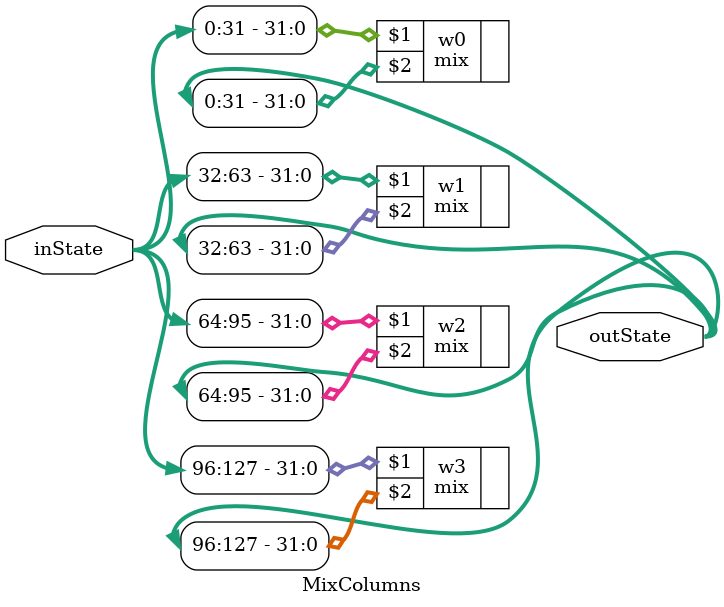
<source format=v>
module MixColumns (
    input [0:127] inState,
    output [0:127] outState
);
mix w0(inState[0:31], outState[0:31]);
mix w1(inState[32:63], outState[32:63]);
mix w2(inState[64:95], outState[64:95]);
mix w3(inState[96:127], outState[96:127]);
endmodule

</source>
